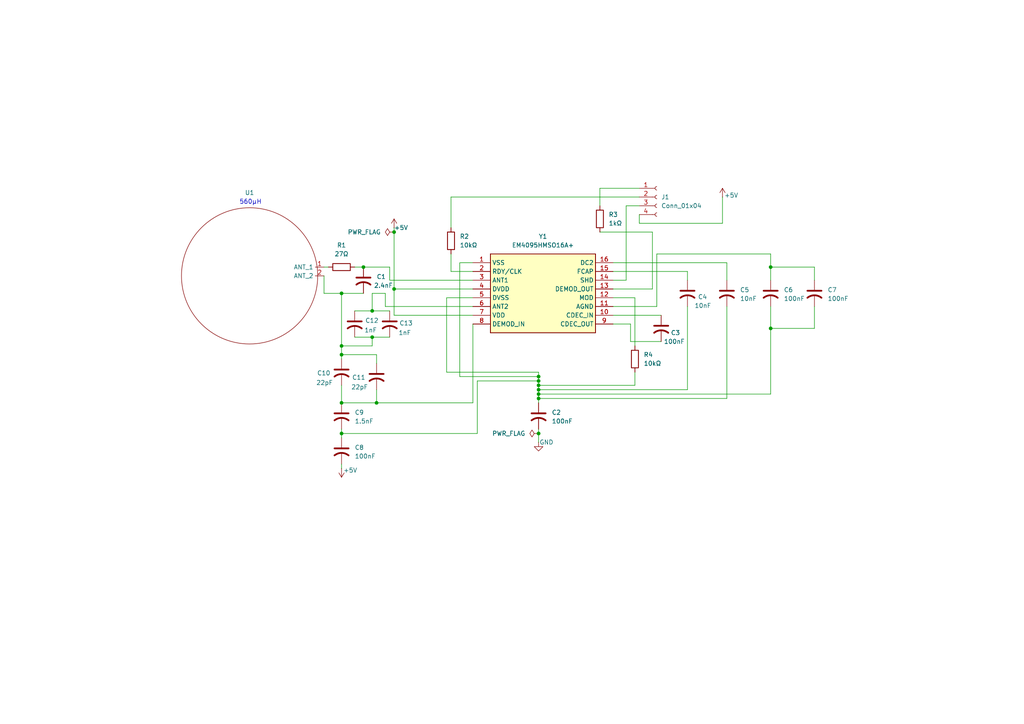
<source format=kicad_sch>
(kicad_sch
	(version 20250114)
	(generator "eeschema")
	(generator_version "9.0")
	(uuid "aa645dce-110a-427c-b0c6-c60b70367f86")
	(paper "A4")
	(lib_symbols
		(symbol "ANT:134.2khz"
			(exclude_from_sim no)
			(in_bom yes)
			(on_board yes)
			(property "Reference" "U"
				(at 0 0 0)
				(effects
					(font
						(size 1.27 1.27)
					)
				)
			)
			(property "Value" ""
				(at 0 0 0)
				(effects
					(font
						(size 1.27 1.27)
					)
				)
			)
			(property "Footprint" "antenna:134.2khz_2"
				(at 0 0 0)
				(effects
					(font
						(size 1.27 1.27)
					)
					(hide yes)
				)
			)
			(property "Datasheet" ""
				(at 0 0 0)
				(effects
					(font
						(size 1.27 1.27)
					)
					(hide yes)
				)
			)
			(property "Description" ""
				(at 0 0 0)
				(effects
					(font
						(size 1.27 1.27)
					)
					(hide yes)
				)
			)
			(symbol "134.2khz_0_1"
				(circle
					(center 22.86 -21.59)
					(radius 19.7566)
					(stroke
						(width 0)
						(type default)
					)
					(fill
						(type none)
					)
				)
			)
			(symbol "134.2khz_1_1"
				(pin input line
					(at 44.45 -19.05 180)
					(length 2.54)
					(name "ANT_1"
						(effects
							(font
								(size 1.27 1.27)
							)
						)
					)
					(number "1"
						(effects
							(font
								(size 1.27 1.27)
							)
						)
					)
				)
				(pin input line
					(at 44.45 -21.59 180)
					(length 2.54)
					(name "ANT_2"
						(effects
							(font
								(size 1.27 1.27)
							)
						)
					)
					(number "2"
						(effects
							(font
								(size 1.27 1.27)
							)
						)
					)
				)
			)
			(embedded_fonts no)
		)
		(symbol "Connector:Conn_01x04_Socket"
			(pin_names
				(offset 1.016)
				(hide yes)
			)
			(exclude_from_sim no)
			(in_bom yes)
			(on_board yes)
			(property "Reference" "J"
				(at 0 5.08 0)
				(effects
					(font
						(size 1.27 1.27)
					)
				)
			)
			(property "Value" "Conn_01x04_Socket"
				(at 0 -7.62 0)
				(effects
					(font
						(size 1.27 1.27)
					)
				)
			)
			(property "Footprint" ""
				(at 0 0 0)
				(effects
					(font
						(size 1.27 1.27)
					)
					(hide yes)
				)
			)
			(property "Datasheet" "~"
				(at 0 0 0)
				(effects
					(font
						(size 1.27 1.27)
					)
					(hide yes)
				)
			)
			(property "Description" "Generic connector, single row, 01x04, script generated"
				(at 0 0 0)
				(effects
					(font
						(size 1.27 1.27)
					)
					(hide yes)
				)
			)
			(property "ki_locked" ""
				(at 0 0 0)
				(effects
					(font
						(size 1.27 1.27)
					)
				)
			)
			(property "ki_keywords" "connector"
				(at 0 0 0)
				(effects
					(font
						(size 1.27 1.27)
					)
					(hide yes)
				)
			)
			(property "ki_fp_filters" "Connector*:*_1x??_*"
				(at 0 0 0)
				(effects
					(font
						(size 1.27 1.27)
					)
					(hide yes)
				)
			)
			(symbol "Conn_01x04_Socket_1_1"
				(polyline
					(pts
						(xy -1.27 2.54) (xy -0.508 2.54)
					)
					(stroke
						(width 0.1524)
						(type default)
					)
					(fill
						(type none)
					)
				)
				(polyline
					(pts
						(xy -1.27 0) (xy -0.508 0)
					)
					(stroke
						(width 0.1524)
						(type default)
					)
					(fill
						(type none)
					)
				)
				(polyline
					(pts
						(xy -1.27 -2.54) (xy -0.508 -2.54)
					)
					(stroke
						(width 0.1524)
						(type default)
					)
					(fill
						(type none)
					)
				)
				(polyline
					(pts
						(xy -1.27 -5.08) (xy -0.508 -5.08)
					)
					(stroke
						(width 0.1524)
						(type default)
					)
					(fill
						(type none)
					)
				)
				(arc
					(start 0 2.032)
					(mid -0.5058 2.54)
					(end 0 3.048)
					(stroke
						(width 0.1524)
						(type default)
					)
					(fill
						(type none)
					)
				)
				(arc
					(start 0 -0.508)
					(mid -0.5058 0)
					(end 0 0.508)
					(stroke
						(width 0.1524)
						(type default)
					)
					(fill
						(type none)
					)
				)
				(arc
					(start 0 -3.048)
					(mid -0.5058 -2.54)
					(end 0 -2.032)
					(stroke
						(width 0.1524)
						(type default)
					)
					(fill
						(type none)
					)
				)
				(arc
					(start 0 -5.588)
					(mid -0.5058 -5.08)
					(end 0 -4.572)
					(stroke
						(width 0.1524)
						(type default)
					)
					(fill
						(type none)
					)
				)
				(pin passive line
					(at -5.08 2.54 0)
					(length 3.81)
					(name "Pin_1"
						(effects
							(font
								(size 1.27 1.27)
							)
						)
					)
					(number "1"
						(effects
							(font
								(size 1.27 1.27)
							)
						)
					)
				)
				(pin passive line
					(at -5.08 0 0)
					(length 3.81)
					(name "Pin_2"
						(effects
							(font
								(size 1.27 1.27)
							)
						)
					)
					(number "2"
						(effects
							(font
								(size 1.27 1.27)
							)
						)
					)
				)
				(pin passive line
					(at -5.08 -2.54 0)
					(length 3.81)
					(name "Pin_3"
						(effects
							(font
								(size 1.27 1.27)
							)
						)
					)
					(number "3"
						(effects
							(font
								(size 1.27 1.27)
							)
						)
					)
				)
				(pin passive line
					(at -5.08 -5.08 0)
					(length 3.81)
					(name "Pin_4"
						(effects
							(font
								(size 1.27 1.27)
							)
						)
					)
					(number "4"
						(effects
							(font
								(size 1.27 1.27)
							)
						)
					)
				)
			)
			(embedded_fonts no)
		)
		(symbol "Device:C_US"
			(pin_numbers
				(hide yes)
			)
			(pin_names
				(offset 0.254)
				(hide yes)
			)
			(exclude_from_sim no)
			(in_bom yes)
			(on_board yes)
			(property "Reference" "C"
				(at 0.635 2.54 0)
				(effects
					(font
						(size 1.27 1.27)
					)
					(justify left)
				)
			)
			(property "Value" "C_US"
				(at 0.635 -2.54 0)
				(effects
					(font
						(size 1.27 1.27)
					)
					(justify left)
				)
			)
			(property "Footprint" ""
				(at 0 0 0)
				(effects
					(font
						(size 1.27 1.27)
					)
					(hide yes)
				)
			)
			(property "Datasheet" ""
				(at 0 0 0)
				(effects
					(font
						(size 1.27 1.27)
					)
					(hide yes)
				)
			)
			(property "Description" "capacitor, US symbol"
				(at 0 0 0)
				(effects
					(font
						(size 1.27 1.27)
					)
					(hide yes)
				)
			)
			(property "ki_keywords" "cap capacitor"
				(at 0 0 0)
				(effects
					(font
						(size 1.27 1.27)
					)
					(hide yes)
				)
			)
			(property "ki_fp_filters" "C_*"
				(at 0 0 0)
				(effects
					(font
						(size 1.27 1.27)
					)
					(hide yes)
				)
			)
			(symbol "C_US_0_1"
				(polyline
					(pts
						(xy -2.032 0.762) (xy 2.032 0.762)
					)
					(stroke
						(width 0.508)
						(type default)
					)
					(fill
						(type none)
					)
				)
				(arc
					(start -2.032 -1.27)
					(mid 0 -0.5572)
					(end 2.032 -1.27)
					(stroke
						(width 0.508)
						(type default)
					)
					(fill
						(type none)
					)
				)
			)
			(symbol "C_US_1_1"
				(pin passive line
					(at 0 3.81 270)
					(length 2.794)
					(name "~"
						(effects
							(font
								(size 1.27 1.27)
							)
						)
					)
					(number "1"
						(effects
							(font
								(size 1.27 1.27)
							)
						)
					)
				)
				(pin passive line
					(at 0 -3.81 90)
					(length 3.302)
					(name "~"
						(effects
							(font
								(size 1.27 1.27)
							)
						)
					)
					(number "2"
						(effects
							(font
								(size 1.27 1.27)
							)
						)
					)
				)
			)
			(embedded_fonts no)
		)
		(symbol "Device:R"
			(pin_numbers
				(hide yes)
			)
			(pin_names
				(offset 0)
			)
			(exclude_from_sim no)
			(in_bom yes)
			(on_board yes)
			(property "Reference" "R"
				(at 2.032 0 90)
				(effects
					(font
						(size 1.27 1.27)
					)
				)
			)
			(property "Value" "R"
				(at 0 0 90)
				(effects
					(font
						(size 1.27 1.27)
					)
				)
			)
			(property "Footprint" ""
				(at -1.778 0 90)
				(effects
					(font
						(size 1.27 1.27)
					)
					(hide yes)
				)
			)
			(property "Datasheet" "~"
				(at 0 0 0)
				(effects
					(font
						(size 1.27 1.27)
					)
					(hide yes)
				)
			)
			(property "Description" "Resistor"
				(at 0 0 0)
				(effects
					(font
						(size 1.27 1.27)
					)
					(hide yes)
				)
			)
			(property "ki_keywords" "R res resistor"
				(at 0 0 0)
				(effects
					(font
						(size 1.27 1.27)
					)
					(hide yes)
				)
			)
			(property "ki_fp_filters" "R_*"
				(at 0 0 0)
				(effects
					(font
						(size 1.27 1.27)
					)
					(hide yes)
				)
			)
			(symbol "R_0_1"
				(rectangle
					(start -1.016 -2.54)
					(end 1.016 2.54)
					(stroke
						(width 0.254)
						(type default)
					)
					(fill
						(type none)
					)
				)
			)
			(symbol "R_1_1"
				(pin passive line
					(at 0 3.81 270)
					(length 1.27)
					(name "~"
						(effects
							(font
								(size 1.27 1.27)
							)
						)
					)
					(number "1"
						(effects
							(font
								(size 1.27 1.27)
							)
						)
					)
				)
				(pin passive line
					(at 0 -3.81 90)
					(length 1.27)
					(name "~"
						(effects
							(font
								(size 1.27 1.27)
							)
						)
					)
					(number "2"
						(effects
							(font
								(size 1.27 1.27)
							)
						)
					)
				)
			)
			(embedded_fonts no)
		)
		(symbol "EM4095HMSO16A+:EM4095HMSO16A+"
			(exclude_from_sim no)
			(in_bom yes)
			(on_board yes)
			(property "Reference" "Y"
				(at 36.83 7.62 0)
				(effects
					(font
						(size 1.27 1.27)
					)
					(justify left top)
				)
			)
			(property "Value" "EM4095HMSO16A+"
				(at 36.83 5.08 0)
				(effects
					(font
						(size 1.27 1.27)
					)
					(justify left top)
				)
			)
			(property "Footprint" "SOIC127P602X173-16N"
				(at 36.83 -94.92 0)
				(effects
					(font
						(size 1.27 1.27)
					)
					(justify left top)
					(hide yes)
				)
			)
			(property "Datasheet" "https://www.tme.eu/Document/2ee4385036621cb0d9b8657953c2c230/em4095.pdf"
				(at 36.83 -194.92 0)
				(effects
					(font
						(size 1.27 1.27)
					)
					(justify left top)
					(hide yes)
				)
			)
			(property "Description" "125KHZ-134KHZ, READ/WRITE ANALOG"
				(at 0 0 0)
				(effects
					(font
						(size 1.27 1.27)
					)
					(hide yes)
				)
			)
			(property "Height" "1.73"
				(at 36.83 -394.92 0)
				(effects
					(font
						(size 1.27 1.27)
					)
					(justify left top)
					(hide yes)
				)
			)
			(property "Manufacturer_Name" "EM MICROELECTRONIC"
				(at 36.83 -494.92 0)
				(effects
					(font
						(size 1.27 1.27)
					)
					(justify left top)
					(hide yes)
				)
			)
			(property "Manufacturer_Part_Number" "EM4095HMSO16A+"
				(at 36.83 -594.92 0)
				(effects
					(font
						(size 1.27 1.27)
					)
					(justify left top)
					(hide yes)
				)
			)
			(property "Mouser Part Number" ""
				(at 36.83 -694.92 0)
				(effects
					(font
						(size 1.27 1.27)
					)
					(justify left top)
					(hide yes)
				)
			)
			(property "Mouser Price/Stock" ""
				(at 36.83 -794.92 0)
				(effects
					(font
						(size 1.27 1.27)
					)
					(justify left top)
					(hide yes)
				)
			)
			(property "Arrow Part Number" ""
				(at 36.83 -894.92 0)
				(effects
					(font
						(size 1.27 1.27)
					)
					(justify left top)
					(hide yes)
				)
			)
			(property "Arrow Price/Stock" ""
				(at 36.83 -994.92 0)
				(effects
					(font
						(size 1.27 1.27)
					)
					(justify left top)
					(hide yes)
				)
			)
			(property "Sim.Library" "C:\\Users\\deepa\\Downloads\\LIB_EM4095HMSO16A+\\EM4095HMSO16A+\\KiCad\\EM4095HMSO16A+.kicad_sym"
				(at 0 0 0)
				(effects
					(font
						(size 1.27 1.27)
					)
					(hide yes)
				)
			)
			(symbol "EM4095HMSO16A+_1_1"
				(rectangle
					(start 5.08 2.54)
					(end 35.56 -20.32)
					(stroke
						(width 0.254)
						(type default)
					)
					(fill
						(type background)
					)
				)
				(pin passive line
					(at 0 0 0)
					(length 5.08)
					(name "VSS"
						(effects
							(font
								(size 1.27 1.27)
							)
						)
					)
					(number "1"
						(effects
							(font
								(size 1.27 1.27)
							)
						)
					)
				)
				(pin passive line
					(at 0 -2.54 0)
					(length 5.08)
					(name "RDY/CLK"
						(effects
							(font
								(size 1.27 1.27)
							)
						)
					)
					(number "2"
						(effects
							(font
								(size 1.27 1.27)
							)
						)
					)
				)
				(pin passive line
					(at 0 -5.08 0)
					(length 5.08)
					(name "ANT1"
						(effects
							(font
								(size 1.27 1.27)
							)
						)
					)
					(number "3"
						(effects
							(font
								(size 1.27 1.27)
							)
						)
					)
				)
				(pin passive line
					(at 0 -7.62 0)
					(length 5.08)
					(name "DVDD"
						(effects
							(font
								(size 1.27 1.27)
							)
						)
					)
					(number "4"
						(effects
							(font
								(size 1.27 1.27)
							)
						)
					)
				)
				(pin passive line
					(at 0 -10.16 0)
					(length 5.08)
					(name "DVSS"
						(effects
							(font
								(size 1.27 1.27)
							)
						)
					)
					(number "5"
						(effects
							(font
								(size 1.27 1.27)
							)
						)
					)
				)
				(pin passive line
					(at 0 -12.7 0)
					(length 5.08)
					(name "ANT2"
						(effects
							(font
								(size 1.27 1.27)
							)
						)
					)
					(number "6"
						(effects
							(font
								(size 1.27 1.27)
							)
						)
					)
				)
				(pin passive line
					(at 0 -15.24 0)
					(length 5.08)
					(name "VDD"
						(effects
							(font
								(size 1.27 1.27)
							)
						)
					)
					(number "7"
						(effects
							(font
								(size 1.27 1.27)
							)
						)
					)
				)
				(pin passive line
					(at 0 -17.78 0)
					(length 5.08)
					(name "DEMOD_IN"
						(effects
							(font
								(size 1.27 1.27)
							)
						)
					)
					(number "8"
						(effects
							(font
								(size 1.27 1.27)
							)
						)
					)
				)
				(pin passive line
					(at 40.64 0 180)
					(length 5.08)
					(name "DC2"
						(effects
							(font
								(size 1.27 1.27)
							)
						)
					)
					(number "16"
						(effects
							(font
								(size 1.27 1.27)
							)
						)
					)
				)
				(pin passive line
					(at 40.64 -2.54 180)
					(length 5.08)
					(name "FCAP"
						(effects
							(font
								(size 1.27 1.27)
							)
						)
					)
					(number "15"
						(effects
							(font
								(size 1.27 1.27)
							)
						)
					)
				)
				(pin passive line
					(at 40.64 -5.08 180)
					(length 5.08)
					(name "SHD"
						(effects
							(font
								(size 1.27 1.27)
							)
						)
					)
					(number "14"
						(effects
							(font
								(size 1.27 1.27)
							)
						)
					)
				)
				(pin passive line
					(at 40.64 -7.62 180)
					(length 5.08)
					(name "DEMOD_OUT"
						(effects
							(font
								(size 1.27 1.27)
							)
						)
					)
					(number "13"
						(effects
							(font
								(size 1.27 1.27)
							)
						)
					)
				)
				(pin passive line
					(at 40.64 -10.16 180)
					(length 5.08)
					(name "MOD"
						(effects
							(font
								(size 1.27 1.27)
							)
						)
					)
					(number "12"
						(effects
							(font
								(size 1.27 1.27)
							)
						)
					)
				)
				(pin passive line
					(at 40.64 -12.7 180)
					(length 5.08)
					(name "AGND"
						(effects
							(font
								(size 1.27 1.27)
							)
						)
					)
					(number "11"
						(effects
							(font
								(size 1.27 1.27)
							)
						)
					)
				)
				(pin passive line
					(at 40.64 -15.24 180)
					(length 5.08)
					(name "CDEC_IN"
						(effects
							(font
								(size 1.27 1.27)
							)
						)
					)
					(number "10"
						(effects
							(font
								(size 1.27 1.27)
							)
						)
					)
				)
				(pin passive line
					(at 40.64 -17.78 180)
					(length 5.08)
					(name "CDEC_OUT"
						(effects
							(font
								(size 1.27 1.27)
							)
						)
					)
					(number "9"
						(effects
							(font
								(size 1.27 1.27)
							)
						)
					)
				)
			)
			(embedded_fonts no)
		)
		(symbol "power:+5V"
			(power)
			(pin_numbers
				(hide yes)
			)
			(pin_names
				(offset 0)
				(hide yes)
			)
			(exclude_from_sim no)
			(in_bom yes)
			(on_board yes)
			(property "Reference" "#PWR"
				(at 0 -3.81 0)
				(effects
					(font
						(size 1.27 1.27)
					)
					(hide yes)
				)
			)
			(property "Value" "+5V"
				(at 0 3.556 0)
				(effects
					(font
						(size 1.27 1.27)
					)
				)
			)
			(property "Footprint" ""
				(at 0 0 0)
				(effects
					(font
						(size 1.27 1.27)
					)
					(hide yes)
				)
			)
			(property "Datasheet" ""
				(at 0 0 0)
				(effects
					(font
						(size 1.27 1.27)
					)
					(hide yes)
				)
			)
			(property "Description" "Power symbol creates a global label with name \"+5V\""
				(at 0 0 0)
				(effects
					(font
						(size 1.27 1.27)
					)
					(hide yes)
				)
			)
			(property "ki_keywords" "global power"
				(at 0 0 0)
				(effects
					(font
						(size 1.27 1.27)
					)
					(hide yes)
				)
			)
			(symbol "+5V_0_1"
				(polyline
					(pts
						(xy -0.762 1.27) (xy 0 2.54)
					)
					(stroke
						(width 0)
						(type default)
					)
					(fill
						(type none)
					)
				)
				(polyline
					(pts
						(xy 0 2.54) (xy 0.762 1.27)
					)
					(stroke
						(width 0)
						(type default)
					)
					(fill
						(type none)
					)
				)
				(polyline
					(pts
						(xy 0 0) (xy 0 2.54)
					)
					(stroke
						(width 0)
						(type default)
					)
					(fill
						(type none)
					)
				)
			)
			(symbol "+5V_1_1"
				(pin power_in line
					(at 0 0 90)
					(length 0)
					(name "~"
						(effects
							(font
								(size 1.27 1.27)
							)
						)
					)
					(number "1"
						(effects
							(font
								(size 1.27 1.27)
							)
						)
					)
				)
			)
			(embedded_fonts no)
		)
		(symbol "power:GND"
			(power)
			(pin_numbers
				(hide yes)
			)
			(pin_names
				(offset 0)
				(hide yes)
			)
			(exclude_from_sim no)
			(in_bom yes)
			(on_board yes)
			(property "Reference" "#PWR"
				(at 0 -6.35 0)
				(effects
					(font
						(size 1.27 1.27)
					)
					(hide yes)
				)
			)
			(property "Value" "GND"
				(at 0 -3.81 0)
				(effects
					(font
						(size 1.27 1.27)
					)
				)
			)
			(property "Footprint" ""
				(at 0 0 0)
				(effects
					(font
						(size 1.27 1.27)
					)
					(hide yes)
				)
			)
			(property "Datasheet" ""
				(at 0 0 0)
				(effects
					(font
						(size 1.27 1.27)
					)
					(hide yes)
				)
			)
			(property "Description" "Power symbol creates a global label with name \"GND\" , ground"
				(at 0 0 0)
				(effects
					(font
						(size 1.27 1.27)
					)
					(hide yes)
				)
			)
			(property "ki_keywords" "global power"
				(at 0 0 0)
				(effects
					(font
						(size 1.27 1.27)
					)
					(hide yes)
				)
			)
			(symbol "GND_0_1"
				(polyline
					(pts
						(xy 0 0) (xy 0 -1.27) (xy 1.27 -1.27) (xy 0 -2.54) (xy -1.27 -1.27) (xy 0 -1.27)
					)
					(stroke
						(width 0)
						(type default)
					)
					(fill
						(type none)
					)
				)
			)
			(symbol "GND_1_1"
				(pin power_in line
					(at 0 0 270)
					(length 0)
					(name "~"
						(effects
							(font
								(size 1.27 1.27)
							)
						)
					)
					(number "1"
						(effects
							(font
								(size 1.27 1.27)
							)
						)
					)
				)
			)
			(embedded_fonts no)
		)
		(symbol "power:PWR_FLAG"
			(power)
			(pin_numbers
				(hide yes)
			)
			(pin_names
				(offset 0)
				(hide yes)
			)
			(exclude_from_sim no)
			(in_bom yes)
			(on_board yes)
			(property "Reference" "#FLG"
				(at 0 1.905 0)
				(effects
					(font
						(size 1.27 1.27)
					)
					(hide yes)
				)
			)
			(property "Value" "PWR_FLAG"
				(at 0 3.81 0)
				(effects
					(font
						(size 1.27 1.27)
					)
				)
			)
			(property "Footprint" ""
				(at 0 0 0)
				(effects
					(font
						(size 1.27 1.27)
					)
					(hide yes)
				)
			)
			(property "Datasheet" "~"
				(at 0 0 0)
				(effects
					(font
						(size 1.27 1.27)
					)
					(hide yes)
				)
			)
			(property "Description" "Special symbol for telling ERC where power comes from"
				(at 0 0 0)
				(effects
					(font
						(size 1.27 1.27)
					)
					(hide yes)
				)
			)
			(property "ki_keywords" "flag power"
				(at 0 0 0)
				(effects
					(font
						(size 1.27 1.27)
					)
					(hide yes)
				)
			)
			(symbol "PWR_FLAG_0_0"
				(pin power_out line
					(at 0 0 90)
					(length 0)
					(name "~"
						(effects
							(font
								(size 1.27 1.27)
							)
						)
					)
					(number "1"
						(effects
							(font
								(size 1.27 1.27)
							)
						)
					)
				)
			)
			(symbol "PWR_FLAG_0_1"
				(polyline
					(pts
						(xy 0 0) (xy 0 1.27) (xy -1.016 1.905) (xy 0 2.54) (xy 1.016 1.905) (xy 0 1.27)
					)
					(stroke
						(width 0)
						(type default)
					)
					(fill
						(type none)
					)
				)
			)
			(embedded_fonts no)
		)
	)
	(text "560μH "
		(exclude_from_sim no)
		(at 73.152 58.674 0)
		(effects
			(font
				(size 1.27 1.27)
			)
		)
		(uuid "8a53cf9a-7c07-4d11-93e6-8005a3203996")
	)
	(junction
		(at 99.06 102.87)
		(diameter 0)
		(color 0 0 0 0)
		(uuid "10a14743-aa64-4e3a-bca4-b9e7a5a1fea5")
	)
	(junction
		(at 109.22 116.84)
		(diameter 0)
		(color 0 0 0 0)
		(uuid "2339b264-81d5-47ca-9d8f-e303e522df41")
	)
	(junction
		(at 99.06 85.09)
		(diameter 0)
		(color 0 0 0 0)
		(uuid "26209b56-3726-41e5-b3a0-f1ad0a66b709")
	)
	(junction
		(at 223.52 77.47)
		(diameter 0)
		(color 0 0 0 0)
		(uuid "34dd518d-e65d-4d17-a137-c08d08f07f43")
	)
	(junction
		(at 99.06 100.33)
		(diameter 0)
		(color 0 0 0 0)
		(uuid "41fddc3a-c0cd-4e38-a990-76ceea854c3c")
	)
	(junction
		(at 156.21 111.76)
		(diameter 0)
		(color 0 0 0 0)
		(uuid "42c550f6-62aa-48b3-b62d-0bb544b2b191")
	)
	(junction
		(at 223.52 95.25)
		(diameter 0)
		(color 0 0 0 0)
		(uuid "4835c326-6018-4f00-86db-c7cb1c37981b")
	)
	(junction
		(at 107.95 90.17)
		(diameter 0)
		(color 0 0 0 0)
		(uuid "5d5e048a-f089-46cb-ad5b-ea8991ddf4de")
	)
	(junction
		(at 156.21 115.57)
		(diameter 0)
		(color 0 0 0 0)
		(uuid "764b7efe-a194-48ac-8f37-94f5ae9e5b7a")
	)
	(junction
		(at 99.06 116.84)
		(diameter 0)
		(color 0 0 0 0)
		(uuid "793876d2-7982-458e-9fef-b873c2105d31")
	)
	(junction
		(at 156.21 125.73)
		(diameter 0)
		(color 0 0 0 0)
		(uuid "83bf923a-8a88-40f9-b2ed-f41d72cfe8d9")
	)
	(junction
		(at 156.21 114.3)
		(diameter 0)
		(color 0 0 0 0)
		(uuid "9b01c950-7ba2-4e9a-84fd-f624396af90b")
	)
	(junction
		(at 156.21 109.22)
		(diameter 0)
		(color 0 0 0 0)
		(uuid "a3e5c11b-a714-4988-ad79-b6e8881305ba")
	)
	(junction
		(at 114.3 83.82)
		(diameter 0)
		(color 0 0 0 0)
		(uuid "ad707dfa-de62-4083-b82d-6262d910d508")
	)
	(junction
		(at 99.06 125.73)
		(diameter 0)
		(color 0 0 0 0)
		(uuid "b47d6cbd-1f9b-4c42-8109-32e5a40d26ce")
	)
	(junction
		(at 105.41 77.47)
		(diameter 0)
		(color 0 0 0 0)
		(uuid "d8b70a4a-cbe8-47b6-8b5c-4b4713f2061c")
	)
	(junction
		(at 114.3 67.31)
		(diameter 0)
		(color 0 0 0 0)
		(uuid "e4432805-a18d-4c39-be5f-689ebb5ccccb")
	)
	(junction
		(at 156.21 110.49)
		(diameter 0)
		(color 0 0 0 0)
		(uuid "e62a3e94-03b5-45f0-9ea2-da75309553fa")
	)
	(junction
		(at 107.95 97.79)
		(diameter 0)
		(color 0 0 0 0)
		(uuid "f537735e-53a8-47a1-927e-5c5921be32a2")
	)
	(junction
		(at 156.21 113.03)
		(diameter 0)
		(color 0 0 0 0)
		(uuid "fc781e59-783b-4712-9482-b6dd0dd24404")
	)
	(wire
		(pts
			(xy 129.54 107.95) (xy 156.21 107.95)
		)
		(stroke
			(width 0)
			(type default)
		)
		(uuid "01861590-bcb3-44c2-83e5-0ffb428992e7")
	)
	(wire
		(pts
			(xy 177.8 78.74) (xy 199.39 78.74)
		)
		(stroke
			(width 0)
			(type default)
		)
		(uuid "02538f38-7b33-46e2-943f-b2bdfe72ef06")
	)
	(wire
		(pts
			(xy 156.21 113.03) (xy 156.21 114.3)
		)
		(stroke
			(width 0)
			(type default)
		)
		(uuid "027ebc5b-0692-4f98-927c-146e9a4a9c26")
	)
	(wire
		(pts
			(xy 111.76 85.09) (xy 107.95 85.09)
		)
		(stroke
			(width 0)
			(type default)
		)
		(uuid "0287b31e-52d8-46da-9133-5d9a556b3d4e")
	)
	(wire
		(pts
			(xy 99.06 124.46) (xy 99.06 125.73)
		)
		(stroke
			(width 0)
			(type default)
		)
		(uuid "02d26b82-697c-4516-a177-bc096cb9c37c")
	)
	(wire
		(pts
			(xy 223.52 77.47) (xy 223.52 81.28)
		)
		(stroke
			(width 0)
			(type default)
		)
		(uuid "10f199ed-7db5-46fc-a3c2-f595cb308222")
	)
	(wire
		(pts
			(xy 236.22 95.25) (xy 223.52 95.25)
		)
		(stroke
			(width 0)
			(type default)
		)
		(uuid "110df6d7-66f7-442e-8e66-c31ac2c937d3")
	)
	(wire
		(pts
			(xy 177.8 86.36) (xy 184.15 86.36)
		)
		(stroke
			(width 0)
			(type default)
		)
		(uuid "15cd1fb2-3f70-4089-a5af-0c3c7e8ec9f4")
	)
	(wire
		(pts
			(xy 156.21 110.49) (xy 156.21 111.76)
		)
		(stroke
			(width 0)
			(type default)
		)
		(uuid "1becd3ab-8ab7-4a85-a379-2b3ef7d6839b")
	)
	(wire
		(pts
			(xy 109.22 116.84) (xy 99.06 116.84)
		)
		(stroke
			(width 0)
			(type default)
		)
		(uuid "1f01a7b5-432f-4bb0-84b3-f3bc445bd8e1")
	)
	(wire
		(pts
			(xy 114.3 83.82) (xy 114.3 91.44)
		)
		(stroke
			(width 0)
			(type default)
		)
		(uuid "1f8b8549-d1e2-4536-8aa5-c3849cce3322")
	)
	(wire
		(pts
			(xy 93.98 85.09) (xy 99.06 85.09)
		)
		(stroke
			(width 0)
			(type default)
		)
		(uuid "22aca698-aa55-4408-9986-01d16b8b3587")
	)
	(wire
		(pts
			(xy 189.23 67.31) (xy 173.99 67.31)
		)
		(stroke
			(width 0)
			(type default)
		)
		(uuid "253b8268-629f-4dd6-b07c-a09582936cee")
	)
	(wire
		(pts
			(xy 133.35 109.22) (xy 156.21 109.22)
		)
		(stroke
			(width 0)
			(type default)
		)
		(uuid "2550b6f1-b940-449a-84b0-f109e8cff959")
	)
	(wire
		(pts
			(xy 156.21 125.73) (xy 156.21 124.46)
		)
		(stroke
			(width 0)
			(type default)
		)
		(uuid "26ea99bb-f387-46cd-a848-712ed3dfb139")
	)
	(wire
		(pts
			(xy 99.06 100.33) (xy 99.06 102.87)
		)
		(stroke
			(width 0)
			(type default)
		)
		(uuid "381090d0-4555-46c8-a99a-5056f24484cd")
	)
	(wire
		(pts
			(xy 107.95 85.09) (xy 107.95 90.17)
		)
		(stroke
			(width 0)
			(type default)
		)
		(uuid "39e2b409-dced-4914-bb91-9b02bdd42198")
	)
	(wire
		(pts
			(xy 107.95 97.79) (xy 107.95 100.33)
		)
		(stroke
			(width 0)
			(type default)
		)
		(uuid "3b06ba0c-3d7b-442e-873b-96bba2a77dec")
	)
	(wire
		(pts
			(xy 109.22 105.41) (xy 109.22 102.87)
		)
		(stroke
			(width 0)
			(type default)
		)
		(uuid "403a7244-bdb0-4206-b934-e3b5f047dd3e")
	)
	(wire
		(pts
			(xy 133.35 76.2) (xy 133.35 109.22)
		)
		(stroke
			(width 0)
			(type default)
		)
		(uuid "423aa82c-1877-4b1b-bae2-288801ab18e4")
	)
	(wire
		(pts
			(xy 223.52 95.25) (xy 223.52 114.3)
		)
		(stroke
			(width 0)
			(type default)
		)
		(uuid "45d0932f-2ff0-41e1-93f6-a6cbbe2c28d2")
	)
	(wire
		(pts
			(xy 137.16 76.2) (xy 133.35 76.2)
		)
		(stroke
			(width 0)
			(type default)
		)
		(uuid "46020af6-1023-4ebe-945f-17fe8f4c92e0")
	)
	(wire
		(pts
			(xy 184.15 86.36) (xy 184.15 100.33)
		)
		(stroke
			(width 0)
			(type default)
		)
		(uuid "475a7527-61f4-498b-a3fd-3ccd7ed4dccc")
	)
	(wire
		(pts
			(xy 223.52 114.3) (xy 156.21 114.3)
		)
		(stroke
			(width 0)
			(type default)
		)
		(uuid "4bc04749-ff03-4e4d-be9e-7c66bda08308")
	)
	(wire
		(pts
			(xy 99.06 85.09) (xy 105.41 85.09)
		)
		(stroke
			(width 0)
			(type default)
		)
		(uuid "4c9884d9-1a3f-4bc8-ac64-4c5dcbfc5b4d")
	)
	(wire
		(pts
			(xy 107.95 97.79) (xy 113.03 97.79)
		)
		(stroke
			(width 0)
			(type default)
		)
		(uuid "502a0f39-4bd7-4999-b1fb-d1fb9a7e5b6e")
	)
	(wire
		(pts
			(xy 182.88 99.06) (xy 191.77 99.06)
		)
		(stroke
			(width 0)
			(type default)
		)
		(uuid "55646d10-82ca-4765-99ac-16adef8a4d45")
	)
	(wire
		(pts
			(xy 93.98 85.09) (xy 93.98 80.01)
		)
		(stroke
			(width 0)
			(type default)
		)
		(uuid "56237433-69e0-46e0-8fbc-35c7f6db2acb")
	)
	(wire
		(pts
			(xy 111.76 85.09) (xy 111.76 88.9)
		)
		(stroke
			(width 0)
			(type default)
		)
		(uuid "5865068c-a817-42ad-9c98-7473644d698e")
	)
	(wire
		(pts
			(xy 185.42 64.77) (xy 209.55 64.77)
		)
		(stroke
			(width 0)
			(type default)
		)
		(uuid "5c42949f-2fa5-478c-bdde-563770bf7444")
	)
	(wire
		(pts
			(xy 99.06 125.73) (xy 99.06 127)
		)
		(stroke
			(width 0)
			(type default)
		)
		(uuid "5f39e153-625e-4528-a174-5ab51afe00d2")
	)
	(wire
		(pts
			(xy 156.21 107.95) (xy 156.21 109.22)
		)
		(stroke
			(width 0)
			(type default)
		)
		(uuid "5f699b12-d025-48d5-85a0-89bf65e6dd29")
	)
	(wire
		(pts
			(xy 105.41 77.47) (xy 113.03 77.47)
		)
		(stroke
			(width 0)
			(type default)
		)
		(uuid "5f82565f-48d0-475e-920c-2f116319f64c")
	)
	(wire
		(pts
			(xy 130.81 57.15) (xy 185.42 57.15)
		)
		(stroke
			(width 0)
			(type default)
		)
		(uuid "632a3994-1857-4a55-967e-e0dcd632b871")
	)
	(wire
		(pts
			(xy 137.16 93.98) (xy 137.16 116.84)
		)
		(stroke
			(width 0)
			(type default)
		)
		(uuid "655c22b5-15af-493b-a9c4-1a51c83d4032")
	)
	(wire
		(pts
			(xy 99.06 134.62) (xy 99.06 135.89)
		)
		(stroke
			(width 0)
			(type default)
		)
		(uuid "677dd7ac-ed82-4c74-b53f-90980ce9bbd9")
	)
	(wire
		(pts
			(xy 210.82 76.2) (xy 210.82 81.28)
		)
		(stroke
			(width 0)
			(type default)
		)
		(uuid "6aca7ece-eaec-4c4a-ad48-76d855affe71")
	)
	(wire
		(pts
			(xy 177.8 93.98) (xy 182.88 93.98)
		)
		(stroke
			(width 0)
			(type default)
		)
		(uuid "6d430820-d519-405e-8f43-f85f80a2a417")
	)
	(wire
		(pts
			(xy 173.99 59.69) (xy 173.99 54.61)
		)
		(stroke
			(width 0)
			(type default)
		)
		(uuid "70cd6cca-aab8-4d80-a5b0-78e4b6acb441")
	)
	(wire
		(pts
			(xy 210.82 115.57) (xy 156.21 115.57)
		)
		(stroke
			(width 0)
			(type default)
		)
		(uuid "71d6c825-92b8-4830-8f28-d10cd4f1e485")
	)
	(wire
		(pts
			(xy 156.21 116.84) (xy 156.21 115.57)
		)
		(stroke
			(width 0)
			(type default)
		)
		(uuid "732a3568-b59e-43de-990f-904559e4ee74")
	)
	(wire
		(pts
			(xy 129.54 86.36) (xy 129.54 107.95)
		)
		(stroke
			(width 0)
			(type default)
		)
		(uuid "76bd6db8-2d1e-4dc2-98a0-86467f87daf0")
	)
	(wire
		(pts
			(xy 107.95 100.33) (xy 99.06 100.33)
		)
		(stroke
			(width 0)
			(type default)
		)
		(uuid "7948f56c-ba79-4672-81e7-ec100eca8b71")
	)
	(wire
		(pts
			(xy 138.43 110.49) (xy 156.21 110.49)
		)
		(stroke
			(width 0)
			(type default)
		)
		(uuid "7c404a66-2200-4539-a84b-9b89ddeb0a2d")
	)
	(wire
		(pts
			(xy 184.15 111.76) (xy 156.21 111.76)
		)
		(stroke
			(width 0)
			(type default)
		)
		(uuid "7cdf40bc-d00b-43ae-a409-056d1334e2a6")
	)
	(wire
		(pts
			(xy 223.52 88.9) (xy 223.52 95.25)
		)
		(stroke
			(width 0)
			(type default)
		)
		(uuid "7e882cb8-3102-4b98-bfda-570c89d966e2")
	)
	(wire
		(pts
			(xy 181.61 59.69) (xy 185.42 59.69)
		)
		(stroke
			(width 0)
			(type default)
		)
		(uuid "7eafc8e3-4522-4bd7-b590-5426842e237d")
	)
	(wire
		(pts
			(xy 189.23 83.82) (xy 189.23 67.31)
		)
		(stroke
			(width 0)
			(type default)
		)
		(uuid "7ee68ba0-54c4-4810-95d2-ab224ef0d78a")
	)
	(wire
		(pts
			(xy 223.52 73.66) (xy 223.52 77.47)
		)
		(stroke
			(width 0)
			(type default)
		)
		(uuid "81a68aec-dfd1-4b68-95c2-f310dcd141db")
	)
	(wire
		(pts
			(xy 210.82 88.9) (xy 210.82 115.57)
		)
		(stroke
			(width 0)
			(type default)
		)
		(uuid "83068db5-3d0f-41ee-8170-b18312e2a09f")
	)
	(wire
		(pts
			(xy 99.06 102.87) (xy 99.06 104.14)
		)
		(stroke
			(width 0)
			(type default)
		)
		(uuid "86deffbf-6656-41f8-88ce-79af057f5acc")
	)
	(wire
		(pts
			(xy 199.39 78.74) (xy 199.39 81.28)
		)
		(stroke
			(width 0)
			(type default)
		)
		(uuid "87128fd2-c21e-4a75-925e-663ab39676aa")
	)
	(wire
		(pts
			(xy 137.16 116.84) (xy 109.22 116.84)
		)
		(stroke
			(width 0)
			(type default)
		)
		(uuid "8887d240-eef9-4200-a270-320569197c50")
	)
	(wire
		(pts
			(xy 111.76 88.9) (xy 137.16 88.9)
		)
		(stroke
			(width 0)
			(type default)
		)
		(uuid "893dbcd0-224e-4543-8327-e880e5b83eb2")
	)
	(wire
		(pts
			(xy 177.8 76.2) (xy 210.82 76.2)
		)
		(stroke
			(width 0)
			(type default)
		)
		(uuid "8add1ea7-e110-4bd9-bb14-d618cf68dbee")
	)
	(wire
		(pts
			(xy 185.42 62.23) (xy 185.42 64.77)
		)
		(stroke
			(width 0)
			(type default)
		)
		(uuid "8bae1ccf-45d1-4659-aea9-8f409b6bb3fe")
	)
	(wire
		(pts
			(xy 190.5 88.9) (xy 190.5 73.66)
		)
		(stroke
			(width 0)
			(type default)
		)
		(uuid "8d7ad151-e3ca-4c4a-b3ae-b148dc27dc04")
	)
	(wire
		(pts
			(xy 184.15 107.95) (xy 184.15 111.76)
		)
		(stroke
			(width 0)
			(type default)
		)
		(uuid "95e57a90-c750-457d-8029-f805ed6a6e5c")
	)
	(wire
		(pts
			(xy 236.22 88.9) (xy 236.22 95.25)
		)
		(stroke
			(width 0)
			(type default)
		)
		(uuid "971cfc1c-ebbb-48e2-a3b6-1b5d77ed26c2")
	)
	(wire
		(pts
			(xy 114.3 91.44) (xy 137.16 91.44)
		)
		(stroke
			(width 0)
			(type default)
		)
		(uuid "9ad5d2bd-d1ca-486e-aceb-f5b60498b442")
	)
	(wire
		(pts
			(xy 156.21 125.73) (xy 156.21 128.27)
		)
		(stroke
			(width 0)
			(type default)
		)
		(uuid "9da77ac8-3802-4f5b-a9b2-3232da2c0daa")
	)
	(wire
		(pts
			(xy 182.88 93.98) (xy 182.88 99.06)
		)
		(stroke
			(width 0)
			(type default)
		)
		(uuid "a11652b5-9d14-4546-ba13-6e9a3208765c")
	)
	(wire
		(pts
			(xy 93.98 77.47) (xy 95.25 77.47)
		)
		(stroke
			(width 0)
			(type default)
		)
		(uuid "a5b9c3e3-c76e-4132-a5ce-ff60c4632398")
	)
	(wire
		(pts
			(xy 114.3 67.31) (xy 114.3 83.82)
		)
		(stroke
			(width 0)
			(type default)
		)
		(uuid "a694b4e4-0607-49ca-aedf-85b5df8cd57c")
	)
	(wire
		(pts
			(xy 209.55 57.15) (xy 209.55 64.77)
		)
		(stroke
			(width 0)
			(type default)
		)
		(uuid "a8eb9a40-086f-4f97-a437-e3630e39fbf7")
	)
	(wire
		(pts
			(xy 236.22 81.28) (xy 236.22 77.47)
		)
		(stroke
			(width 0)
			(type default)
		)
		(uuid "a957ab23-b2d1-4c1c-a704-b1d3075f8e7d")
	)
	(wire
		(pts
			(xy 137.16 78.74) (xy 130.81 78.74)
		)
		(stroke
			(width 0)
			(type default)
		)
		(uuid "ab20e305-fb21-4daa-9586-9c85c6d0c99a")
	)
	(wire
		(pts
			(xy 156.21 111.76) (xy 156.21 113.03)
		)
		(stroke
			(width 0)
			(type default)
		)
		(uuid "b0aba792-1939-468d-a824-fe1c6b812331")
	)
	(wire
		(pts
			(xy 102.87 77.47) (xy 105.41 77.47)
		)
		(stroke
			(width 0)
			(type default)
		)
		(uuid "b171223a-1faf-4904-9277-f7295d22b447")
	)
	(wire
		(pts
			(xy 109.22 113.03) (xy 109.22 116.84)
		)
		(stroke
			(width 0)
			(type default)
		)
		(uuid "b56f3a9b-570c-48ab-856d-022aff07583f")
	)
	(wire
		(pts
			(xy 199.39 113.03) (xy 156.21 113.03)
		)
		(stroke
			(width 0)
			(type default)
		)
		(uuid "b8727f6d-9ff2-47a0-8cb1-aa338aeece7e")
	)
	(wire
		(pts
			(xy 102.87 97.79) (xy 107.95 97.79)
		)
		(stroke
			(width 0)
			(type default)
		)
		(uuid "b97f0413-eec6-4879-8a06-78534bab32d4")
	)
	(wire
		(pts
			(xy 181.61 81.28) (xy 181.61 59.69)
		)
		(stroke
			(width 0)
			(type default)
		)
		(uuid "b9a05b19-5c5c-46cd-93c3-522f07184938")
	)
	(wire
		(pts
			(xy 102.87 90.17) (xy 107.95 90.17)
		)
		(stroke
			(width 0)
			(type default)
		)
		(uuid "bc5927c5-0656-4bc9-9f78-1c8ac1f8b102")
	)
	(wire
		(pts
			(xy 138.43 110.49) (xy 138.43 125.73)
		)
		(stroke
			(width 0)
			(type default)
		)
		(uuid "bfb32dba-0783-4dfb-bc16-2f860c778736")
	)
	(wire
		(pts
			(xy 113.03 81.28) (xy 113.03 77.47)
		)
		(stroke
			(width 0)
			(type default)
		)
		(uuid "c0a6add6-1224-44a2-a2ea-2d27c5130a7d")
	)
	(wire
		(pts
			(xy 190.5 73.66) (xy 223.52 73.66)
		)
		(stroke
			(width 0)
			(type default)
		)
		(uuid "c10b9966-772d-4b09-9f1a-0829b3d5330e")
	)
	(wire
		(pts
			(xy 113.03 81.28) (xy 137.16 81.28)
		)
		(stroke
			(width 0)
			(type default)
		)
		(uuid "c1181f26-24c1-483b-b89b-c8a72840d87e")
	)
	(wire
		(pts
			(xy 177.8 83.82) (xy 189.23 83.82)
		)
		(stroke
			(width 0)
			(type default)
		)
		(uuid "c15d9045-c1b7-4b3c-aad1-3126c2ab9e8e")
	)
	(wire
		(pts
			(xy 236.22 77.47) (xy 223.52 77.47)
		)
		(stroke
			(width 0)
			(type default)
		)
		(uuid "c1e7a7d3-6e4c-4cb4-ad76-f74d0bdaf164")
	)
	(wire
		(pts
			(xy 99.06 111.76) (xy 99.06 116.84)
		)
		(stroke
			(width 0)
			(type default)
		)
		(uuid "c996e162-e015-440f-acb1-e4178dd7c5d4")
	)
	(wire
		(pts
			(xy 137.16 86.36) (xy 129.54 86.36)
		)
		(stroke
			(width 0)
			(type default)
		)
		(uuid "cb4a6efd-e17c-436a-9fa8-7375aa48d597")
	)
	(wire
		(pts
			(xy 99.06 85.09) (xy 99.06 100.33)
		)
		(stroke
			(width 0)
			(type default)
		)
		(uuid "d0122eea-a8dd-4c10-8b6f-b4e0cfd7469e")
	)
	(wire
		(pts
			(xy 130.81 66.04) (xy 130.81 57.15)
		)
		(stroke
			(width 0)
			(type default)
		)
		(uuid "d15bb101-ed19-4b60-b13c-8eb0425074d4")
	)
	(wire
		(pts
			(xy 109.22 102.87) (xy 99.06 102.87)
		)
		(stroke
			(width 0)
			(type default)
		)
		(uuid "d2af7cf7-1dcc-4027-9c19-4571a3a98a8b")
	)
	(wire
		(pts
			(xy 177.8 88.9) (xy 190.5 88.9)
		)
		(stroke
			(width 0)
			(type default)
		)
		(uuid "d3e31686-e7d7-434a-b2d1-c00613cb352b")
	)
	(wire
		(pts
			(xy 199.39 88.9) (xy 199.39 113.03)
		)
		(stroke
			(width 0)
			(type default)
		)
		(uuid "de08c70d-e46e-424f-b120-6e64cfe6c869")
	)
	(wire
		(pts
			(xy 114.3 83.82) (xy 137.16 83.82)
		)
		(stroke
			(width 0)
			(type default)
		)
		(uuid "de8bde62-080a-4f62-a730-54d6ff0ab566")
	)
	(wire
		(pts
			(xy 156.21 109.22) (xy 156.21 110.49)
		)
		(stroke
			(width 0)
			(type default)
		)
		(uuid "df32a8c4-4161-4177-b0d5-9955f81c14aa")
	)
	(wire
		(pts
			(xy 138.43 125.73) (xy 99.06 125.73)
		)
		(stroke
			(width 0)
			(type default)
		)
		(uuid "e67c9ddc-135e-42e5-87ca-c9c3d98cb9c0")
	)
	(wire
		(pts
			(xy 130.81 78.74) (xy 130.81 73.66)
		)
		(stroke
			(width 0)
			(type default)
		)
		(uuid "e80b25eb-eb9b-4edd-b824-8609ed4ceea2")
	)
	(wire
		(pts
			(xy 177.8 81.28) (xy 181.61 81.28)
		)
		(stroke
			(width 0)
			(type default)
		)
		(uuid "e8328581-d90f-4519-b58b-e8ed97f55822")
	)
	(wire
		(pts
			(xy 107.95 90.17) (xy 113.03 90.17)
		)
		(stroke
			(width 0)
			(type default)
		)
		(uuid "f6d3c68b-fb92-41a8-b5d8-310cec52f4be")
	)
	(wire
		(pts
			(xy 156.21 115.57) (xy 156.21 114.3)
		)
		(stroke
			(width 0)
			(type default)
		)
		(uuid "f79acfb6-43f1-41ed-9db4-dc7ee34019fa")
	)
	(wire
		(pts
			(xy 114.3 67.31) (xy 114.3 66.04)
		)
		(stroke
			(width 0)
			(type default)
		)
		(uuid "f87226d2-1f75-4b83-b587-1fb220b439f4")
	)
	(wire
		(pts
			(xy 177.8 91.44) (xy 191.77 91.44)
		)
		(stroke
			(width 0)
			(type default)
		)
		(uuid "fa2067b3-2a75-495c-9aa2-fa80a2641b98")
	)
	(wire
		(pts
			(xy 173.99 54.61) (xy 185.42 54.61)
		)
		(stroke
			(width 0)
			(type default)
		)
		(uuid "fb40fd21-22a8-4935-849d-b7d17bea687e")
	)
	(symbol
		(lib_id "Device:C_US")
		(at 199.39 85.09 0)
		(unit 1)
		(exclude_from_sim no)
		(in_bom yes)
		(on_board yes)
		(dnp no)
		(uuid "059bc735-a431-4ce2-921c-d380e1f318b0")
		(property "Reference" "C4"
			(at 202.438 86.106 0)
			(effects
				(font
					(size 1.27 1.27)
				)
				(justify left)
			)
		)
		(property "Value" "10nF"
			(at 201.422 88.646 0)
			(effects
				(font
					(size 1.27 1.27)
				)
				(justify left)
			)
		)
		(property "Footprint" "Capacitor_SMD:C_1808_4520Metric_Pad1.72x2.30mm_HandSolder"
			(at 199.39 85.09 0)
			(effects
				(font
					(size 1.27 1.27)
				)
				(hide yes)
			)
		)
		(property "Datasheet" ""
			(at 199.39 85.09 0)
			(effects
				(font
					(size 1.27 1.27)
				)
				(hide yes)
			)
		)
		(property "Description" "capacitor, US symbol"
			(at 199.39 85.09 0)
			(effects
				(font
					(size 1.27 1.27)
				)
				(hide yes)
			)
		)
		(pin "2"
			(uuid "925b6e88-12e0-4580-81a0-98f8ebb294a3")
		)
		(pin "1"
			(uuid "6a7183d0-1ac5-4cab-83dc-649cabbc1504")
		)
		(instances
			(project ""
				(path "/aa645dce-110a-427c-b0c6-c60b70367f86"
					(reference "C4")
					(unit 1)
				)
			)
		)
	)
	(symbol
		(lib_id "Device:C_US")
		(at 223.52 85.09 0)
		(unit 1)
		(exclude_from_sim no)
		(in_bom yes)
		(on_board yes)
		(dnp no)
		(fields_autoplaced yes)
		(uuid "135f527e-47fa-4254-9d6b-6e12acb9f571")
		(property "Reference" "C6"
			(at 227.33 84.0739 0)
			(effects
				(font
					(size 1.27 1.27)
				)
				(justify left)
			)
		)
		(property "Value" "100 nF"
			(at 227.33 86.6139 0)
			(effects
				(font
					(size 1.27 1.27)
				)
				(justify left)
			)
		)
		(property "Footprint" "Capacitor_SMD:C_1808_4520Metric_Pad1.72x2.30mm_HandSolder"
			(at 223.52 85.09 0)
			(effects
				(font
					(size 1.27 1.27)
				)
				(hide yes)
			)
		)
		(property "Datasheet" ""
			(at 223.52 85.09 0)
			(effects
				(font
					(size 1.27 1.27)
				)
				(hide yes)
			)
		)
		(property "Description" "capacitor, US symbol"
			(at 223.52 85.09 0)
			(effects
				(font
					(size 1.27 1.27)
				)
				(hide yes)
			)
		)
		(pin "2"
			(uuid "7e5defe3-0842-46bc-a038-5b6c2bcc8db8")
		)
		(pin "1"
			(uuid "0baf2d59-6911-478e-bd53-fdd12ce74f59")
		)
		(instances
			(project "RFID_module"
				(path "/aa645dce-110a-427c-b0c6-c60b70367f86"
					(reference "C6")
					(unit 1)
				)
			)
		)
	)
	(symbol
		(lib_id "power:PWR_FLAG")
		(at 114.3 67.31 90)
		(unit 1)
		(exclude_from_sim no)
		(in_bom yes)
		(on_board yes)
		(dnp no)
		(fields_autoplaced yes)
		(uuid "18e9da53-8444-432f-90ca-f65b093314b1")
		(property "Reference" "#FLG01"
			(at 112.395 67.31 0)
			(effects
				(font
					(size 1.27 1.27)
				)
				(hide yes)
			)
		)
		(property "Value" "PWR_FLAG"
			(at 110.49 67.3099 90)
			(effects
				(font
					(size 1.27 1.27)
				)
				(justify left)
			)
		)
		(property "Footprint" ""
			(at 114.3 67.31 0)
			(effects
				(font
					(size 1.27 1.27)
				)
				(hide yes)
			)
		)
		(property "Datasheet" "~"
			(at 114.3 67.31 0)
			(effects
				(font
					(size 1.27 1.27)
				)
				(hide yes)
			)
		)
		(property "Description" "Special symbol for telling ERC where power comes from"
			(at 114.3 67.31 0)
			(effects
				(font
					(size 1.27 1.27)
				)
				(hide yes)
			)
		)
		(pin "1"
			(uuid "a66ac6a4-9958-4b52-b8c2-bb3491124b34")
		)
		(instances
			(project ""
				(path "/aa645dce-110a-427c-b0c6-c60b70367f86"
					(reference "#FLG01")
					(unit 1)
				)
			)
		)
	)
	(symbol
		(lib_id "Device:C_US")
		(at 113.03 93.98 0)
		(unit 1)
		(exclude_from_sim no)
		(in_bom yes)
		(on_board yes)
		(dnp no)
		(uuid "1907654a-23d0-49ec-917d-1692326c76f6")
		(property "Reference" "C13"
			(at 115.824 93.726 0)
			(effects
				(font
					(size 1.27 1.27)
				)
				(justify left)
			)
		)
		(property "Value" "1nF"
			(at 115.57 96.52 0)
			(effects
				(font
					(size 1.27 1.27)
				)
				(justify left)
			)
		)
		(property "Footprint" "Capacitor_SMD:C_1808_4520Metric_Pad1.72x2.30mm_HandSolder"
			(at 113.03 93.98 0)
			(effects
				(font
					(size 1.27 1.27)
				)
				(hide yes)
			)
		)
		(property "Datasheet" ""
			(at 113.03 93.98 0)
			(effects
				(font
					(size 1.27 1.27)
				)
				(hide yes)
			)
		)
		(property "Description" "capacitor, US symbol"
			(at 113.03 93.98 0)
			(effects
				(font
					(size 1.27 1.27)
				)
				(hide yes)
			)
		)
		(pin "2"
			(uuid "4e721cf7-b22c-43f2-8437-67119b63574c")
		)
		(pin "1"
			(uuid "1c941a41-31f4-462d-98d3-f68face1bbc2")
		)
		(instances
			(project "RFID_module"
				(path "/aa645dce-110a-427c-b0c6-c60b70367f86"
					(reference "C13")
					(unit 1)
				)
			)
		)
	)
	(symbol
		(lib_id "power:+5V")
		(at 209.55 57.15 0)
		(unit 1)
		(exclude_from_sim no)
		(in_bom yes)
		(on_board yes)
		(dnp no)
		(uuid "1d2bc3e7-1c0c-496e-a84a-1fc837bee217")
		(property "Reference" "#PWR04"
			(at 209.55 60.96 0)
			(effects
				(font
					(size 1.27 1.27)
				)
				(hide yes)
			)
		)
		(property "Value" "+5V"
			(at 212.09 56.642 0)
			(effects
				(font
					(size 1.27 1.27)
				)
			)
		)
		(property "Footprint" ""
			(at 209.55 57.15 0)
			(effects
				(font
					(size 1.27 1.27)
				)
				(hide yes)
			)
		)
		(property "Datasheet" ""
			(at 209.55 57.15 0)
			(effects
				(font
					(size 1.27 1.27)
				)
				(hide yes)
			)
		)
		(property "Description" "Power symbol creates a global label with name \"+5V\""
			(at 209.55 57.15 0)
			(effects
				(font
					(size 1.27 1.27)
				)
				(hide yes)
			)
		)
		(pin "1"
			(uuid "2ec1fb14-152f-433f-8239-85606b7a403d")
		)
		(instances
			(project "RFID_module"
				(path "/aa645dce-110a-427c-b0c6-c60b70367f86"
					(reference "#PWR04")
					(unit 1)
				)
			)
		)
	)
	(symbol
		(lib_id "Device:C_US")
		(at 210.82 85.09 0)
		(unit 1)
		(exclude_from_sim no)
		(in_bom yes)
		(on_board yes)
		(dnp no)
		(fields_autoplaced yes)
		(uuid "1d3f13b7-e099-408b-aadc-2027ff6a05cd")
		(property "Reference" "C5"
			(at 214.63 84.0739 0)
			(effects
				(font
					(size 1.27 1.27)
				)
				(justify left)
			)
		)
		(property "Value" "10nF"
			(at 214.63 86.6139 0)
			(effects
				(font
					(size 1.27 1.27)
				)
				(justify left)
			)
		)
		(property "Footprint" "Capacitor_SMD:C_1808_4520Metric_Pad1.72x2.30mm_HandSolder"
			(at 210.82 85.09 0)
			(effects
				(font
					(size 1.27 1.27)
				)
				(hide yes)
			)
		)
		(property "Datasheet" ""
			(at 210.82 85.09 0)
			(effects
				(font
					(size 1.27 1.27)
				)
				(hide yes)
			)
		)
		(property "Description" "capacitor, US symbol"
			(at 210.82 85.09 0)
			(effects
				(font
					(size 1.27 1.27)
				)
				(hide yes)
			)
		)
		(pin "2"
			(uuid "723149be-beaf-40a2-ab94-17e6e1b98efd")
		)
		(pin "1"
			(uuid "b28862bd-44ac-4fca-a526-fbca2391c93a")
		)
		(instances
			(project ""
				(path "/aa645dce-110a-427c-b0c6-c60b70367f86"
					(reference "C5")
					(unit 1)
				)
			)
		)
	)
	(symbol
		(lib_id "ANT:134.2khz")
		(at 49.53 58.42 0)
		(unit 1)
		(exclude_from_sim no)
		(in_bom yes)
		(on_board yes)
		(dnp no)
		(uuid "2006c52d-7654-405d-b25b-57b8d38ad442")
		(property "Reference" "U1"
			(at 72.39 55.88 0)
			(effects
				(font
					(size 1.27 1.27)
				)
			)
		)
		(property "Value" "~"
			(at 48.514 46.228 0)
			(effects
				(font
					(size 1.27 1.27)
				)
				(hide yes)
			)
		)
		(property "Footprint" "antenna:134.2khz_2"
			(at 49.53 58.42 0)
			(effects
				(font
					(size 1.27 1.27)
				)
				(hide yes)
			)
		)
		(property "Datasheet" ""
			(at 49.53 58.42 0)
			(effects
				(font
					(size 1.27 1.27)
				)
				(hide yes)
			)
		)
		(property "Description" ""
			(at 49.53 58.42 0)
			(effects
				(font
					(size 1.27 1.27)
				)
				(hide yes)
			)
		)
		(pin "2"
			(uuid "72646dba-4faf-4455-89b5-4ed8112072ea")
		)
		(pin "1"
			(uuid "20256a7a-a7aa-4c39-87c4-c7312afc88ff")
		)
		(instances
			(project ""
				(path "/aa645dce-110a-427c-b0c6-c60b70367f86"
					(reference "U1")
					(unit 1)
				)
			)
		)
	)
	(symbol
		(lib_id "Connector:Conn_01x04_Socket")
		(at 190.5 57.15 0)
		(unit 1)
		(exclude_from_sim no)
		(in_bom yes)
		(on_board yes)
		(dnp no)
		(fields_autoplaced yes)
		(uuid "3d1b2f6a-e460-44cc-a1d9-21a351e7525b")
		(property "Reference" "J1"
			(at 191.77 57.1499 0)
			(effects
				(font
					(size 1.27 1.27)
				)
				(justify left)
			)
		)
		(property "Value" "Conn_01x04"
			(at 191.77 59.6899 0)
			(effects
				(font
					(size 1.27 1.27)
				)
				(justify left)
			)
		)
		(property "Footprint" "Connector_PinHeader_1.00mm:PinHeader_1x04_P1.00mm_Vertical_SMD_Pin1Left"
			(at 190.5 57.15 0)
			(effects
				(font
					(size 1.27 1.27)
				)
				(hide yes)
			)
		)
		(property "Datasheet" "~"
			(at 190.5 57.15 0)
			(effects
				(font
					(size 1.27 1.27)
				)
				(hide yes)
			)
		)
		(property "Description" "Generic connector, single row, 01x04, script generated"
			(at 190.5 57.15 0)
			(effects
				(font
					(size 1.27 1.27)
				)
				(hide yes)
			)
		)
		(pin "2"
			(uuid "ba8c4039-97a5-4eb9-80eb-57a0065593b5")
		)
		(pin "3"
			(uuid "df3fe244-a96c-4b9c-8fc8-7f6c79195ac7")
		)
		(pin "1"
			(uuid "b9421ca4-74e2-40a6-852e-96e2725cd8e5")
		)
		(pin "4"
			(uuid "acf50bf4-8e69-46e3-8c52-374d94711494")
		)
		(instances
			(project ""
				(path "/aa645dce-110a-427c-b0c6-c60b70367f86"
					(reference "J1")
					(unit 1)
				)
			)
		)
	)
	(symbol
		(lib_id "Device:C_US")
		(at 191.77 95.25 0)
		(unit 1)
		(exclude_from_sim no)
		(in_bom yes)
		(on_board yes)
		(dnp no)
		(uuid "403e6272-dd84-41af-8d4e-5a5523835c25")
		(property "Reference" "C3"
			(at 194.564 96.52 0)
			(effects
				(font
					(size 1.27 1.27)
				)
				(justify left)
			)
		)
		(property "Value" "100 nF"
			(at 192.532 99.06 0)
			(effects
				(font
					(size 1.27 1.27)
				)
				(justify left)
			)
		)
		(property "Footprint" "Capacitor_SMD:C_1808_4520Metric_Pad1.72x2.30mm_HandSolder"
			(at 191.77 95.25 0)
			(effects
				(font
					(size 1.27 1.27)
				)
				(hide yes)
			)
		)
		(property "Datasheet" ""
			(at 191.77 95.25 0)
			(effects
				(font
					(size 1.27 1.27)
				)
				(hide yes)
			)
		)
		(property "Description" "capacitor, US symbol"
			(at 191.77 95.25 0)
			(effects
				(font
					(size 1.27 1.27)
				)
				(hide yes)
			)
		)
		(pin "2"
			(uuid "f7d37709-b4ae-4918-b864-915c1c8af517")
		)
		(pin "1"
			(uuid "469a7163-cc24-458c-9d53-f9219fca524d")
		)
		(instances
			(project "RFID_module"
				(path "/aa645dce-110a-427c-b0c6-c60b70367f86"
					(reference "C3")
					(unit 1)
				)
			)
		)
	)
	(symbol
		(lib_id "Device:C_US")
		(at 99.06 107.95 0)
		(unit 1)
		(exclude_from_sim no)
		(in_bom yes)
		(on_board yes)
		(dnp no)
		(uuid "454a0808-21be-4a38-a7d5-8f18885f5ff4")
		(property "Reference" "C10"
			(at 91.948 108.204 0)
			(effects
				(font
					(size 1.27 1.27)
				)
				(justify left)
			)
		)
		(property "Value" "22pF"
			(at 91.694 110.998 0)
			(effects
				(font
					(size 1.27 1.27)
				)
				(justify left)
			)
		)
		(property "Footprint" "Capacitor_SMD:C_1808_4520Metric_Pad1.72x2.30mm_HandSolder"
			(at 99.06 107.95 0)
			(effects
				(font
					(size 1.27 1.27)
				)
				(hide yes)
			)
		)
		(property "Datasheet" ""
			(at 99.06 107.95 0)
			(effects
				(font
					(size 1.27 1.27)
				)
				(hide yes)
			)
		)
		(property "Description" "capacitor, US symbol"
			(at 99.06 107.95 0)
			(effects
				(font
					(size 1.27 1.27)
				)
				(hide yes)
			)
		)
		(pin "2"
			(uuid "fe6bbf59-aa4c-4eb5-ac0b-8970e9bc91de")
		)
		(pin "1"
			(uuid "be17b805-853c-4c14-8ab7-b65cb899eafb")
		)
		(instances
			(project "RFID_module"
				(path "/aa645dce-110a-427c-b0c6-c60b70367f86"
					(reference "C10")
					(unit 1)
				)
			)
		)
	)
	(symbol
		(lib_id "Device:R")
		(at 130.81 69.85 0)
		(unit 1)
		(exclude_from_sim no)
		(in_bom yes)
		(on_board yes)
		(dnp no)
		(fields_autoplaced yes)
		(uuid "4cd39bd6-7cf2-41da-b2c4-54ed3cbdcd9c")
		(property "Reference" "R2"
			(at 133.35 68.5799 0)
			(effects
				(font
					(size 1.27 1.27)
				)
				(justify left)
			)
		)
		(property "Value" "10 kΩ"
			(at 133.35 71.1199 0)
			(effects
				(font
					(size 1.27 1.27)
				)
				(justify left)
			)
		)
		(property "Footprint" "Resistor_SMD:R_0603_1608Metric_Pad0.98x0.95mm_HandSolder"
			(at 129.032 69.85 90)
			(effects
				(font
					(size 1.27 1.27)
				)
				(hide yes)
			)
		)
		(property "Datasheet" "~"
			(at 130.81 69.85 0)
			(effects
				(font
					(size 1.27 1.27)
				)
				(hide yes)
			)
		)
		(property "Description" "Resistor"
			(at 130.81 69.85 0)
			(effects
				(font
					(size 1.27 1.27)
				)
				(hide yes)
			)
		)
		(pin "1"
			(uuid "62a6e00a-1613-4337-a4ac-d41ac28cd070")
		)
		(pin "2"
			(uuid "5ce076fa-0b6c-4511-9b2a-58e47ca5b60a")
		)
		(instances
			(project ""
				(path "/aa645dce-110a-427c-b0c6-c60b70367f86"
					(reference "R2")
					(unit 1)
				)
			)
		)
	)
	(symbol
		(lib_id "Device:C_US")
		(at 105.41 81.28 0)
		(unit 1)
		(exclude_from_sim no)
		(in_bom yes)
		(on_board yes)
		(dnp no)
		(uuid "4fb29322-fd82-4085-921a-00c6d99b9fab")
		(property "Reference" "C1"
			(at 109.22 80.2639 0)
			(effects
				(font
					(size 1.27 1.27)
				)
				(justify left)
			)
		)
		(property "Value" "2.4nF"
			(at 108.458 82.804 0)
			(effects
				(font
					(size 1.27 1.27)
				)
				(justify left)
			)
		)
		(property "Footprint" "Capacitor_SMD:C_1808_4520Metric_Pad1.72x2.30mm_HandSolder"
			(at 105.41 81.28 0)
			(effects
				(font
					(size 1.27 1.27)
				)
				(hide yes)
			)
		)
		(property "Datasheet" ""
			(at 105.41 81.28 0)
			(effects
				(font
					(size 1.27 1.27)
				)
				(hide yes)
			)
		)
		(property "Description" "capacitor, US symbol"
			(at 105.41 81.28 0)
			(effects
				(font
					(size 1.27 1.27)
				)
				(hide yes)
			)
		)
		(pin "2"
			(uuid "7f9327e2-62d3-4ac9-b5f8-7beb84bf9d51")
		)
		(pin "1"
			(uuid "80d318a2-6211-4b2e-affc-9573ec0a29a5")
		)
		(instances
			(project "RFID_module"
				(path "/aa645dce-110a-427c-b0c6-c60b70367f86"
					(reference "C1")
					(unit 1)
				)
			)
		)
	)
	(symbol
		(lib_id "power:+5V")
		(at 114.3 66.04 0)
		(unit 1)
		(exclude_from_sim no)
		(in_bom yes)
		(on_board yes)
		(dnp no)
		(uuid "5f2996f7-681a-4d4d-92f8-df64bc2b6da6")
		(property "Reference" "#PWR01"
			(at 114.3 69.85 0)
			(effects
				(font
					(size 1.27 1.27)
				)
				(hide yes)
			)
		)
		(property "Value" "+5V"
			(at 116.332 66.04 0)
			(effects
				(font
					(size 1.27 1.27)
				)
			)
		)
		(property "Footprint" ""
			(at 114.3 66.04 0)
			(effects
				(font
					(size 1.27 1.27)
				)
				(hide yes)
			)
		)
		(property "Datasheet" ""
			(at 114.3 66.04 0)
			(effects
				(font
					(size 1.27 1.27)
				)
				(hide yes)
			)
		)
		(property "Description" "Power symbol creates a global label with name \"+5V\""
			(at 114.3 66.04 0)
			(effects
				(font
					(size 1.27 1.27)
				)
				(hide yes)
			)
		)
		(pin "1"
			(uuid "7046343d-4d6a-4230-b260-e092237e6611")
		)
		(instances
			(project ""
				(path "/aa645dce-110a-427c-b0c6-c60b70367f86"
					(reference "#PWR01")
					(unit 1)
				)
			)
		)
	)
	(symbol
		(lib_id "Device:C_US")
		(at 99.06 120.65 0)
		(unit 1)
		(exclude_from_sim no)
		(in_bom yes)
		(on_board yes)
		(dnp no)
		(fields_autoplaced yes)
		(uuid "5fca9a99-0f52-4c90-aca8-95c28dea39d1")
		(property "Reference" "C9"
			(at 102.87 119.6339 0)
			(effects
				(font
					(size 1.27 1.27)
				)
				(justify left)
			)
		)
		(property "Value" "1.5nF"
			(at 102.87 122.1739 0)
			(effects
				(font
					(size 1.27 1.27)
				)
				(justify left)
			)
		)
		(property "Footprint" "Capacitor_SMD:C_1808_4520Metric_Pad1.72x2.30mm_HandSolder"
			(at 99.06 120.65 0)
			(effects
				(font
					(size 1.27 1.27)
				)
				(hide yes)
			)
		)
		(property "Datasheet" ""
			(at 99.06 120.65 0)
			(effects
				(font
					(size 1.27 1.27)
				)
				(hide yes)
			)
		)
		(property "Description" "capacitor, US symbol"
			(at 99.06 120.65 0)
			(effects
				(font
					(size 1.27 1.27)
				)
				(hide yes)
			)
		)
		(pin "2"
			(uuid "3e3dc4b2-ce36-4f0d-8050-7e1509b42e60")
		)
		(pin "1"
			(uuid "4cc14c27-f100-4bca-b8e5-3a1a524cf90f")
		)
		(instances
			(project "RFID_module"
				(path "/aa645dce-110a-427c-b0c6-c60b70367f86"
					(reference "C9")
					(unit 1)
				)
			)
		)
	)
	(symbol
		(lib_id "power:+5V")
		(at 99.06 135.89 180)
		(unit 1)
		(exclude_from_sim no)
		(in_bom yes)
		(on_board yes)
		(dnp no)
		(uuid "8f7b8204-0258-4536-bd24-8a3d47b58d7b")
		(property "Reference" "#PWR03"
			(at 99.06 132.08 0)
			(effects
				(font
					(size 1.27 1.27)
				)
				(hide yes)
			)
		)
		(property "Value" "+5V"
			(at 101.6 136.398 0)
			(effects
				(font
					(size 1.27 1.27)
				)
			)
		)
		(property "Footprint" ""
			(at 99.06 135.89 0)
			(effects
				(font
					(size 1.27 1.27)
				)
				(hide yes)
			)
		)
		(property "Datasheet" ""
			(at 99.06 135.89 0)
			(effects
				(font
					(size 1.27 1.27)
				)
				(hide yes)
			)
		)
		(property "Description" "Power symbol creates a global label with name \"+5V\""
			(at 99.06 135.89 0)
			(effects
				(font
					(size 1.27 1.27)
				)
				(hide yes)
			)
		)
		(pin "1"
			(uuid "7981bb24-903e-457b-acf9-dc897da5e4f2")
		)
		(instances
			(project ""
				(path "/aa645dce-110a-427c-b0c6-c60b70367f86"
					(reference "#PWR03")
					(unit 1)
				)
			)
		)
	)
	(symbol
		(lib_id "Device:R")
		(at 173.99 63.5 0)
		(unit 1)
		(exclude_from_sim no)
		(in_bom yes)
		(on_board yes)
		(dnp no)
		(fields_autoplaced yes)
		(uuid "91ec32a9-1c89-436f-9bea-f3eac4b4eda9")
		(property "Reference" "R3"
			(at 176.53 62.2299 0)
			(effects
				(font
					(size 1.27 1.27)
				)
				(justify left)
			)
		)
		(property "Value" "1 kΩ"
			(at 176.53 64.7699 0)
			(effects
				(font
					(size 1.27 1.27)
				)
				(justify left)
			)
		)
		(property "Footprint" "Resistor_SMD:R_0603_1608Metric_Pad0.98x0.95mm_HandSolder"
			(at 172.212 63.5 90)
			(effects
				(font
					(size 1.27 1.27)
				)
				(hide yes)
			)
		)
		(property "Datasheet" "~"
			(at 173.99 63.5 0)
			(effects
				(font
					(size 1.27 1.27)
				)
				(hide yes)
			)
		)
		(property "Description" "Resistor"
			(at 173.99 63.5 0)
			(effects
				(font
					(size 1.27 1.27)
				)
				(hide yes)
			)
		)
		(pin "2"
			(uuid "4277ec5a-b962-49ff-a4f3-7c7f351ff385")
		)
		(pin "1"
			(uuid "0699e39a-5f52-4c99-9511-05ef478d7756")
		)
		(instances
			(project ""
				(path "/aa645dce-110a-427c-b0c6-c60b70367f86"
					(reference "R3")
					(unit 1)
				)
			)
		)
	)
	(symbol
		(lib_id "Device:C_US")
		(at 236.22 85.09 0)
		(unit 1)
		(exclude_from_sim no)
		(in_bom yes)
		(on_board yes)
		(dnp no)
		(fields_autoplaced yes)
		(uuid "935c9f0b-9802-4a35-9b47-63151f5beec8")
		(property "Reference" "C7"
			(at 240.03 84.0739 0)
			(effects
				(font
					(size 1.27 1.27)
				)
				(justify left)
			)
		)
		(property "Value" "100 nF"
			(at 240.03 86.6139 0)
			(effects
				(font
					(size 1.27 1.27)
				)
				(justify left)
			)
		)
		(property "Footprint" "Capacitor_SMD:C_1808_4520Metric_Pad1.72x2.30mm_HandSolder"
			(at 236.22 85.09 0)
			(effects
				(font
					(size 1.27 1.27)
				)
				(hide yes)
			)
		)
		(property "Datasheet" ""
			(at 236.22 85.09 0)
			(effects
				(font
					(size 1.27 1.27)
				)
				(hide yes)
			)
		)
		(property "Description" "capacitor, US symbol"
			(at 236.22 85.09 0)
			(effects
				(font
					(size 1.27 1.27)
				)
				(hide yes)
			)
		)
		(pin "2"
			(uuid "e469be97-8cdc-4cef-87e3-87049f711d24")
		)
		(pin "1"
			(uuid "8903d438-73a4-44c7-80f6-13e345555566")
		)
		(instances
			(project "RFID_module"
				(path "/aa645dce-110a-427c-b0c6-c60b70367f86"
					(reference "C7")
					(unit 1)
				)
			)
		)
	)
	(symbol
		(lib_id "Device:R")
		(at 184.15 104.14 0)
		(unit 1)
		(exclude_from_sim no)
		(in_bom yes)
		(on_board yes)
		(dnp no)
		(fields_autoplaced yes)
		(uuid "9a47256c-c71a-4f72-b763-943d7fa177fc")
		(property "Reference" "R4"
			(at 186.69 102.8699 0)
			(effects
				(font
					(size 1.27 1.27)
				)
				(justify left)
			)
		)
		(property "Value" "10 kΩ"
			(at 186.69 105.4099 0)
			(effects
				(font
					(size 1.27 1.27)
				)
				(justify left)
			)
		)
		(property "Footprint" "Resistor_SMD:R_0603_1608Metric_Pad0.98x0.95mm_HandSolder"
			(at 182.372 104.14 90)
			(effects
				(font
					(size 1.27 1.27)
				)
				(hide yes)
			)
		)
		(property "Datasheet" "~"
			(at 184.15 104.14 0)
			(effects
				(font
					(size 1.27 1.27)
				)
				(hide yes)
			)
		)
		(property "Description" "Resistor"
			(at 184.15 104.14 0)
			(effects
				(font
					(size 1.27 1.27)
				)
				(hide yes)
			)
		)
		(pin "1"
			(uuid "42d7b5b1-4391-4e57-955b-5e3e3e2dc5e3")
		)
		(pin "2"
			(uuid "c4b2e4d3-9654-4ce5-b321-045db95c0c9f")
		)
		(instances
			(project ""
				(path "/aa645dce-110a-427c-b0c6-c60b70367f86"
					(reference "R4")
					(unit 1)
				)
			)
		)
	)
	(symbol
		(lib_id "Device:C_US")
		(at 102.87 93.98 0)
		(unit 1)
		(exclude_from_sim no)
		(in_bom yes)
		(on_board yes)
		(dnp no)
		(uuid "a0d86146-88e8-4d59-abca-6dab17f972a7")
		(property "Reference" "C12"
			(at 105.918 92.964 0)
			(effects
				(font
					(size 1.27 1.27)
				)
				(justify left)
			)
		)
		(property "Value" "1nF"
			(at 105.664 95.758 0)
			(effects
				(font
					(size 1.27 1.27)
				)
				(justify left)
			)
		)
		(property "Footprint" "Capacitor_SMD:C_1808_4520Metric_Pad1.72x2.30mm_HandSolder"
			(at 102.87 93.98 0)
			(effects
				(font
					(size 1.27 1.27)
				)
				(hide yes)
			)
		)
		(property "Datasheet" ""
			(at 102.87 93.98 0)
			(effects
				(font
					(size 1.27 1.27)
				)
				(hide yes)
			)
		)
		(property "Description" "capacitor, US symbol"
			(at 102.87 93.98 0)
			(effects
				(font
					(size 1.27 1.27)
				)
				(hide yes)
			)
		)
		(pin "2"
			(uuid "10a8b9e8-4acc-4e1d-80ca-f4b1f177b945")
		)
		(pin "1"
			(uuid "228a9d7c-8638-4a99-b2b8-130dc2d54f2d")
		)
		(instances
			(project "RFID_module"
				(path "/aa645dce-110a-427c-b0c6-c60b70367f86"
					(reference "C12")
					(unit 1)
				)
			)
		)
	)
	(symbol
		(lib_id "power:PWR_FLAG")
		(at 156.21 125.73 90)
		(unit 1)
		(exclude_from_sim no)
		(in_bom yes)
		(on_board yes)
		(dnp no)
		(fields_autoplaced yes)
		(uuid "b1012e37-965a-4c2b-bef7-f71a1eaa203e")
		(property "Reference" "#FLG02"
			(at 154.305 125.73 0)
			(effects
				(font
					(size 1.27 1.27)
				)
				(hide yes)
			)
		)
		(property "Value" "PWR_FLAG"
			(at 152.4 125.7299 90)
			(effects
				(font
					(size 1.27 1.27)
				)
				(justify left)
			)
		)
		(property "Footprint" ""
			(at 156.21 125.73 0)
			(effects
				(font
					(size 1.27 1.27)
				)
				(hide yes)
			)
		)
		(property "Datasheet" "~"
			(at 156.21 125.73 0)
			(effects
				(font
					(size 1.27 1.27)
				)
				(hide yes)
			)
		)
		(property "Description" "Special symbol for telling ERC where power comes from"
			(at 156.21 125.73 0)
			(effects
				(font
					(size 1.27 1.27)
				)
				(hide yes)
			)
		)
		(pin "1"
			(uuid "0217668d-9c5e-4554-9789-e0ece8d3ee69")
		)
		(instances
			(project ""
				(path "/aa645dce-110a-427c-b0c6-c60b70367f86"
					(reference "#FLG02")
					(unit 1)
				)
			)
		)
	)
	(symbol
		(lib_id "power:GND")
		(at 156.21 128.27 0)
		(unit 1)
		(exclude_from_sim no)
		(in_bom yes)
		(on_board yes)
		(dnp no)
		(uuid "b5ef1efb-75b6-4eef-89e9-ba1acaeabf18")
		(property "Reference" "#PWR02"
			(at 156.21 134.62 0)
			(effects
				(font
					(size 1.27 1.27)
				)
				(hide yes)
			)
		)
		(property "Value" "GND"
			(at 158.496 128.27 0)
			(effects
				(font
					(size 1.27 1.27)
				)
			)
		)
		(property "Footprint" ""
			(at 156.21 128.27 0)
			(effects
				(font
					(size 1.27 1.27)
				)
				(hide yes)
			)
		)
		(property "Datasheet" ""
			(at 156.21 128.27 0)
			(effects
				(font
					(size 1.27 1.27)
				)
				(hide yes)
			)
		)
		(property "Description" "Power symbol creates a global label with name \"GND\" , ground"
			(at 156.21 128.27 0)
			(effects
				(font
					(size 1.27 1.27)
				)
				(hide yes)
			)
		)
		(pin "1"
			(uuid "04d74455-3257-4245-a943-d268ae01b9d7")
		)
		(instances
			(project ""
				(path "/aa645dce-110a-427c-b0c6-c60b70367f86"
					(reference "#PWR02")
					(unit 1)
				)
			)
		)
	)
	(symbol
		(lib_id "Device:C_US")
		(at 109.22 109.22 0)
		(unit 1)
		(exclude_from_sim no)
		(in_bom yes)
		(on_board yes)
		(dnp no)
		(uuid "bc9bb78e-1211-4cd7-837c-dcf8572c351a")
		(property "Reference" "C11"
			(at 102.108 109.474 0)
			(effects
				(font
					(size 1.27 1.27)
				)
				(justify left)
			)
		)
		(property "Value" "22pF"
			(at 101.854 112.268 0)
			(effects
				(font
					(size 1.27 1.27)
				)
				(justify left)
			)
		)
		(property "Footprint" "Capacitor_SMD:C_1808_4520Metric_Pad1.72x2.30mm_HandSolder"
			(at 109.22 109.22 0)
			(effects
				(font
					(size 1.27 1.27)
				)
				(hide yes)
			)
		)
		(property "Datasheet" ""
			(at 109.22 109.22 0)
			(effects
				(font
					(size 1.27 1.27)
				)
				(hide yes)
			)
		)
		(property "Description" "capacitor, US symbol"
			(at 109.22 109.22 0)
			(effects
				(font
					(size 1.27 1.27)
				)
				(hide yes)
			)
		)
		(pin "2"
			(uuid "1cea0bf6-73e1-4e52-a490-a73cf3221242")
		)
		(pin "1"
			(uuid "7e7481e2-0f4d-43d9-ab5d-39b5fdcc32f4")
		)
		(instances
			(project "RFID_module"
				(path "/aa645dce-110a-427c-b0c6-c60b70367f86"
					(reference "C11")
					(unit 1)
				)
			)
		)
	)
	(symbol
		(lib_id "Device:C_US")
		(at 99.06 130.81 0)
		(unit 1)
		(exclude_from_sim no)
		(in_bom yes)
		(on_board yes)
		(dnp no)
		(fields_autoplaced yes)
		(uuid "c14851bb-f27d-447e-9d38-82d3708786d4")
		(property "Reference" "C8"
			(at 102.87 129.7939 0)
			(effects
				(font
					(size 1.27 1.27)
				)
				(justify left)
			)
		)
		(property "Value" "100 nF"
			(at 102.87 132.3339 0)
			(effects
				(font
					(size 1.27 1.27)
				)
				(justify left)
			)
		)
		(property "Footprint" "Capacitor_SMD:C_1808_4520Metric_Pad1.72x2.30mm_HandSolder"
			(at 99.06 130.81 0)
			(effects
				(font
					(size 1.27 1.27)
				)
				(hide yes)
			)
		)
		(property "Datasheet" ""
			(at 99.06 130.81 0)
			(effects
				(font
					(size 1.27 1.27)
				)
				(hide yes)
			)
		)
		(property "Description" "capacitor, US symbol"
			(at 99.06 130.81 0)
			(effects
				(font
					(size 1.27 1.27)
				)
				(hide yes)
			)
		)
		(pin "2"
			(uuid "c0763e21-1961-4053-80c7-176d2589ba8e")
		)
		(pin "1"
			(uuid "e95435ca-b22f-4477-830b-d567bfeb7534")
		)
		(instances
			(project "RFID_module"
				(path "/aa645dce-110a-427c-b0c6-c60b70367f86"
					(reference "C8")
					(unit 1)
				)
			)
		)
	)
	(symbol
		(lib_id "Device:C_US")
		(at 156.21 120.65 0)
		(unit 1)
		(exclude_from_sim no)
		(in_bom yes)
		(on_board yes)
		(dnp no)
		(fields_autoplaced yes)
		(uuid "cb6bdf23-2bcd-43d2-87a5-1f85638943b3")
		(property "Reference" "C2"
			(at 160.02 119.6339 0)
			(effects
				(font
					(size 1.27 1.27)
				)
				(justify left)
			)
		)
		(property "Value" "100 nF"
			(at 160.02 122.1739 0)
			(effects
				(font
					(size 1.27 1.27)
				)
				(justify left)
			)
		)
		(property "Footprint" "Capacitor_SMD:C_1808_4520Metric_Pad1.72x2.30mm_HandSolder"
			(at 156.21 120.65 0)
			(effects
				(font
					(size 1.27 1.27)
				)
				(hide yes)
			)
		)
		(property "Datasheet" ""
			(at 156.21 120.65 0)
			(effects
				(font
					(size 1.27 1.27)
				)
				(hide yes)
			)
		)
		(property "Description" "capacitor, US symbol"
			(at 156.21 120.65 0)
			(effects
				(font
					(size 1.27 1.27)
				)
				(hide yes)
			)
		)
		(pin "2"
			(uuid "3fb80d85-bc40-4e15-9983-e6afa1f62c98")
		)
		(pin "1"
			(uuid "4c94c457-9914-4da5-bf9d-f566527fad87")
		)
		(instances
			(project "RFID_module"
				(path "/aa645dce-110a-427c-b0c6-c60b70367f86"
					(reference "C2")
					(unit 1)
				)
			)
		)
	)
	(symbol
		(lib_id "EM4095HMSO16A+:EM4095HMSO16A+")
		(at 137.16 76.2 0)
		(unit 1)
		(exclude_from_sim no)
		(in_bom yes)
		(on_board yes)
		(dnp no)
		(fields_autoplaced yes)
		(uuid "cf2b3df5-d658-43c4-98a6-83241e0724ef")
		(property "Reference" "Y1"
			(at 157.48 68.58 0)
			(effects
				(font
					(size 1.27 1.27)
				)
			)
		)
		(property "Value" "EM4095HMSO16A+"
			(at 157.48 71.12 0)
			(effects
				(font
					(size 1.27 1.27)
				)
			)
		)
		(property "Footprint" "Package_SO:SO-16_3.9x9.9mm_P1.27mm"
			(at 173.99 171.12 0)
			(effects
				(font
					(size 1.27 1.27)
				)
				(justify left top)
				(hide yes)
			)
		)
		(property "Datasheet" "https://www.tme.eu/Document/2ee4385036621cb0d9b8657953c2c230/em4095.pdf"
			(at 173.99 271.12 0)
			(effects
				(font
					(size 1.27 1.27)
				)
				(justify left top)
				(hide yes)
			)
		)
		(property "Description" "125KHZ-134KHZ, READ/WRITE ANALOG"
			(at 137.16 76.2 0)
			(effects
				(font
					(size 1.27 1.27)
				)
				(hide yes)
			)
		)
		(property "Height" "1.73"
			(at 173.99 471.12 0)
			(effects
				(font
					(size 1.27 1.27)
				)
				(justify left top)
				(hide yes)
			)
		)
		(property "Manufacturer_Name" "EM MICROELECTRONIC"
			(at 173.99 571.12 0)
			(effects
				(font
					(size 1.27 1.27)
				)
				(justify left top)
				(hide yes)
			)
		)
		(property "Manufacturer_Part_Number" "EM4095HMSO16A+"
			(at 173.99 671.12 0)
			(effects
				(font
					(size 1.27 1.27)
				)
				(justify left top)
				(hide yes)
			)
		)
		(property "Mouser Part Number" ""
			(at 173.99 771.12 0)
			(effects
				(font
					(size 1.27 1.27)
				)
				(justify left top)
				(hide yes)
			)
		)
		(property "Mouser Price/Stock" ""
			(at 173.99 871.12 0)
			(effects
				(font
					(size 1.27 1.27)
				)
				(justify left top)
				(hide yes)
			)
		)
		(property "Arrow Part Number" ""
			(at 173.99 971.12 0)
			(effects
				(font
					(size 1.27 1.27)
				)
				(justify left top)
				(hide yes)
			)
		)
		(property "Arrow Price/Stock" ""
			(at 173.99 1071.12 0)
			(effects
				(font
					(size 1.27 1.27)
				)
				(justify left top)
				(hide yes)
			)
		)
		(property "Sim.Library" "C:\\Users\\deepa\\Downloads\\LIB_EM4095HMSO16A+\\EM4095HMSO16A+\\KiCad\\EM4095HMSO16A+.kicad_sym"
			(at 137.16 76.2 0)
			(effects
				(font
					(size 1.27 1.27)
				)
				(hide yes)
			)
		)
		(pin "12"
			(uuid "3f493162-ef90-4d57-96ab-b878aa3106ba")
		)
		(pin "4"
			(uuid "adf2de63-f3f9-4918-8a26-5eb332d6f29c")
		)
		(pin "3"
			(uuid "cbddbdd3-f7ae-4ee9-95c4-5f17ac4d95f0")
		)
		(pin "7"
			(uuid "00bdb439-e99f-420b-add9-d50ff666769c")
		)
		(pin "8"
			(uuid "1e1c882d-9246-4204-9393-4f46c1249fe2")
		)
		(pin "13"
			(uuid "06dfe00f-fc2f-4891-a20b-2458da0e6693")
		)
		(pin "5"
			(uuid "9c5d8b85-c894-4314-853c-32903f4302e5")
		)
		(pin "15"
			(uuid "1ee56a95-0098-474b-a0f0-2444c71933f7")
		)
		(pin "1"
			(uuid "209c6398-f6d2-42eb-b21f-e52abacf8515")
		)
		(pin "16"
			(uuid "89d47adb-0cbb-4ed1-a31b-50c5a54fa9cd")
		)
		(pin "6"
			(uuid "5ab3377b-948b-4385-b89a-4a694c859c1b")
		)
		(pin "10"
			(uuid "2351c7c0-1010-452d-986d-cee1eb640730")
		)
		(pin "9"
			(uuid "c53186ac-6ac3-4d9a-8e86-90c56ef0144e")
		)
		(pin "11"
			(uuid "ec3ff976-b0fa-4223-8fcc-2cced9259fb6")
		)
		(pin "2"
			(uuid "dd21dc5a-c44a-48dc-af9d-8a131d589dc4")
		)
		(pin "14"
			(uuid "88bec59d-8b05-46ea-8d37-8f4bea1d0c4f")
		)
		(instances
			(project ""
				(path "/aa645dce-110a-427c-b0c6-c60b70367f86"
					(reference "Y1")
					(unit 1)
				)
			)
		)
	)
	(symbol
		(lib_id "Device:R")
		(at 99.06 77.47 90)
		(unit 1)
		(exclude_from_sim no)
		(in_bom yes)
		(on_board yes)
		(dnp no)
		(fields_autoplaced yes)
		(uuid "def13e6d-5ddb-4d93-8bc3-e8a0197d4697")
		(property "Reference" "R1"
			(at 99.06 71.12 90)
			(effects
				(font
					(size 1.27 1.27)
				)
			)
		)
		(property "Value" "27Ω"
			(at 99.06 73.66 90)
			(effects
				(font
					(size 1.27 1.27)
				)
			)
		)
		(property "Footprint" "Resistor_SMD:R_0603_1608Metric_Pad0.98x0.95mm_HandSolder"
			(at 99.06 79.248 90)
			(effects
				(font
					(size 1.27 1.27)
				)
				(hide yes)
			)
		)
		(property "Datasheet" "~"
			(at 99.06 77.47 0)
			(effects
				(font
					(size 1.27 1.27)
				)
				(hide yes)
			)
		)
		(property "Description" "Resistor"
			(at 99.06 77.47 0)
			(effects
				(font
					(size 1.27 1.27)
				)
				(hide yes)
			)
		)
		(pin "2"
			(uuid "7bb8dad3-c148-43f5-b09b-6144ebe2464c")
		)
		(pin "1"
			(uuid "122cceb2-82c3-4889-87f6-f2817247e318")
		)
		(instances
			(project ""
				(path "/aa645dce-110a-427c-b0c6-c60b70367f86"
					(reference "R1")
					(unit 1)
				)
			)
		)
	)
	(sheet_instances
		(path "/"
			(page "1")
		)
	)
	(embedded_fonts no)
)

</source>
